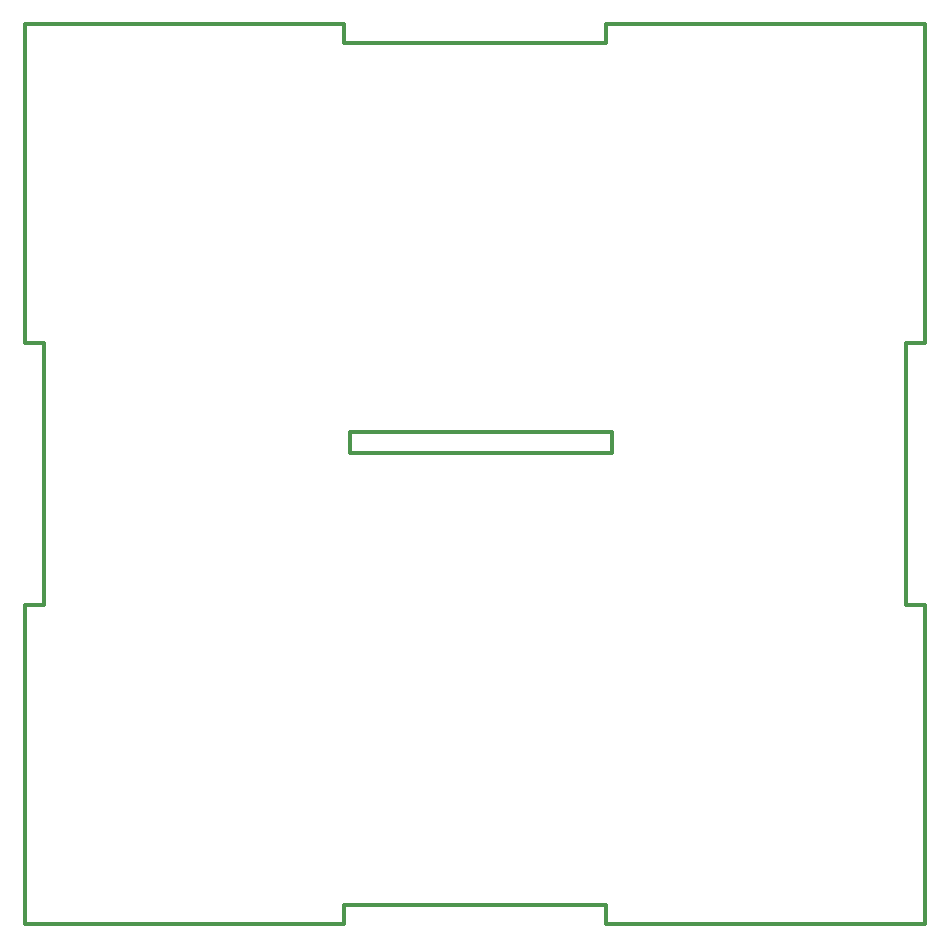
<source format=gbr>
%TF.GenerationSoftware,KiCad,Pcbnew,7.0.5-0*%
%TF.CreationDate,2024-04-21T20:24:40-04:00*%
%TF.ProjectId,swr_meter_bottom,7377725f-6d65-4746-9572-5f626f74746f,rev?*%
%TF.SameCoordinates,Original*%
%TF.FileFunction,Profile,NP*%
%FSLAX46Y46*%
G04 Gerber Fmt 4.6, Leading zero omitted, Abs format (unit mm)*
G04 Created by KiCad (PCBNEW 7.0.5-0) date 2024-04-21 20:24:40*
%MOMM*%
%LPD*%
G01*
G04 APERTURE LIST*
%TA.AperFunction,Profile*%
%ADD10C,0.349999*%
%TD*%
%TA.AperFunction,Profile*%
%ADD11C,0.350000*%
%TD*%
G04 APERTURE END LIST*
D10*
X176200013Y-99999954D02*
X176200013Y-73000000D01*
X149200002Y-25400001D02*
X127000002Y-25400001D01*
X176209200Y-23799953D02*
X149209000Y-23799953D01*
X127000002Y-98400001D02*
X149200002Y-98400001D01*
X101600000Y-73000000D02*
X100000000Y-73000000D01*
X149700002Y-58300000D02*
X149700002Y-60100000D01*
X127000002Y-23799972D02*
X100000000Y-23799953D01*
X100000000Y-100000000D02*
X127000002Y-100000000D01*
X100000000Y-50800000D02*
X101600000Y-50800000D01*
X127000002Y-100000000D02*
X127000002Y-98400001D01*
D11*
X174600000Y-50800000D02*
X174600000Y-73000000D01*
D10*
X176200004Y-73000000D02*
X174600004Y-73000000D01*
X100000000Y-23799953D02*
X100000000Y-50800000D01*
X127000002Y-25400001D02*
X127000002Y-23799999D01*
X149200002Y-98400001D02*
X149200002Y-100000000D01*
X101600000Y-50800000D02*
X101600000Y-73000000D01*
X176200013Y-50800000D02*
X176200013Y-23799953D01*
X149200002Y-23799999D02*
X149200002Y-25400001D01*
X127517400Y-60100000D02*
X127517400Y-58300000D01*
X100000000Y-73000000D02*
X100000000Y-100000000D01*
D11*
X127517400Y-58300000D02*
X149700002Y-58300000D01*
D10*
X149200002Y-100000000D02*
X176200004Y-100000000D01*
D11*
X174600004Y-50800000D02*
X176200013Y-50800000D01*
D10*
X149700002Y-60100000D02*
X127517400Y-60100000D01*
M02*

</source>
